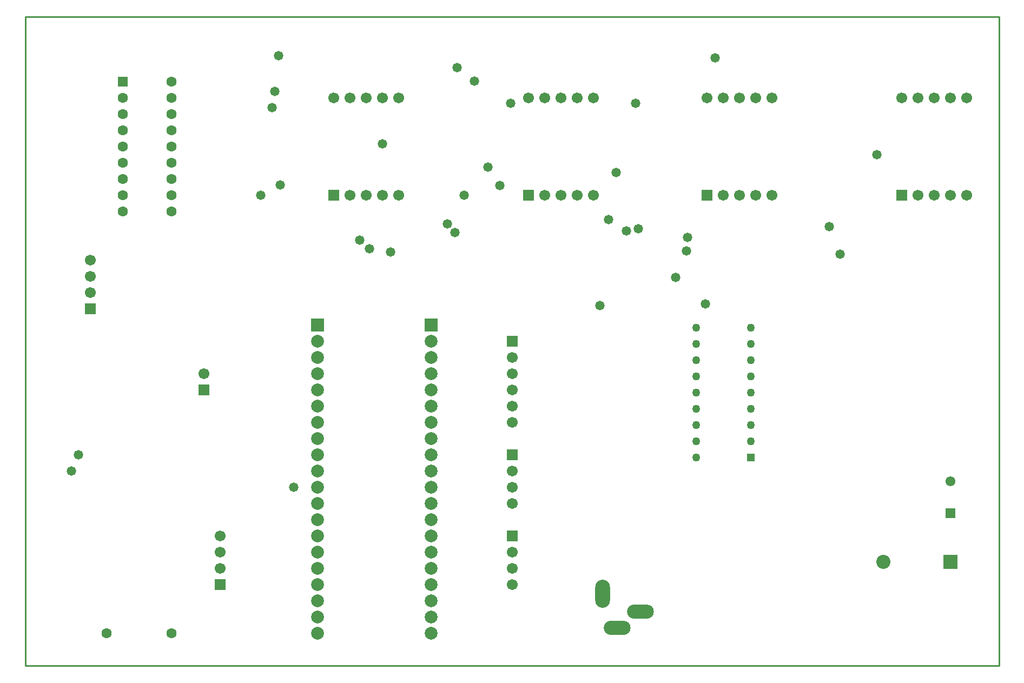
<source format=gbs>
G04*
G04 #@! TF.GenerationSoftware,Altium Limited,Altium Designer,20.0.12 (288)*
G04*
G04 Layer_Color=16711935*
%FSLAX23Y23*%
%MOIN*%
G70*
G01*
G75*
%ADD14C,0.010*%
%ADD29C,0.050*%
%ADD30R,0.050X0.050*%
%ADD31R,0.061X0.061*%
%ADD32C,0.061*%
%ADD33C,0.067*%
%ADD34R,0.067X0.067*%
%ADD35C,0.079*%
%ADD36R,0.079X0.079*%
%ADD37C,0.063*%
%ADD38R,0.063X0.063*%
%ADD39C,0.087*%
%ADD40R,0.087X0.087*%
%ADD41O,0.091X0.173*%
%ADD42O,0.165X0.087*%
%ADD43C,0.058*%
D14*
X1600Y5000D02*
X7600D01*
Y1000D02*
Y5000D01*
X1600Y1000D02*
X7600D01*
X1600D02*
Y5000D01*
D29*
X5735Y2285D02*
D03*
Y2385D02*
D03*
Y2485D02*
D03*
Y2585D02*
D03*
Y2685D02*
D03*
Y2785D02*
D03*
Y2885D02*
D03*
Y2985D02*
D03*
Y3085D02*
D03*
X6070D02*
D03*
Y2985D02*
D03*
Y2885D02*
D03*
Y2785D02*
D03*
Y2685D02*
D03*
Y2585D02*
D03*
Y2485D02*
D03*
Y2385D02*
D03*
D30*
Y2285D02*
D03*
D31*
X7300Y1940D02*
D03*
D32*
Y2137D02*
D03*
D33*
X2700Y2800D02*
D03*
X4600Y2200D02*
D03*
Y2100D02*
D03*
Y2000D02*
D03*
Y2500D02*
D03*
Y2600D02*
D03*
Y2700D02*
D03*
Y2800D02*
D03*
Y2900D02*
D03*
X2800Y1600D02*
D03*
Y1700D02*
D03*
Y1800D02*
D03*
X4600Y1700D02*
D03*
Y1600D02*
D03*
Y1500D02*
D03*
X3900Y4500D02*
D03*
X3800D02*
D03*
X3700D02*
D03*
X3600D02*
D03*
X3500D02*
D03*
X3900Y3900D02*
D03*
X3800D02*
D03*
X3700D02*
D03*
X3600D02*
D03*
X5100Y4500D02*
D03*
X5000D02*
D03*
X4900D02*
D03*
X4800D02*
D03*
X4700D02*
D03*
X5100Y3900D02*
D03*
X5000D02*
D03*
X4900D02*
D03*
X4800D02*
D03*
X7100D02*
D03*
X7200D02*
D03*
X7300D02*
D03*
X7400D02*
D03*
X7000Y4500D02*
D03*
X7100D02*
D03*
X7200D02*
D03*
X7300D02*
D03*
X7400D02*
D03*
X5900Y3900D02*
D03*
X6000D02*
D03*
X6100D02*
D03*
X6200D02*
D03*
X5800Y4500D02*
D03*
X5900D02*
D03*
X6000D02*
D03*
X6100D02*
D03*
X6200D02*
D03*
X2000Y3500D02*
D03*
Y3400D02*
D03*
Y3300D02*
D03*
D34*
X2700Y2700D02*
D03*
X4600Y2300D02*
D03*
Y3000D02*
D03*
X2800Y1500D02*
D03*
X4600Y1800D02*
D03*
X3500Y3900D02*
D03*
X4700D02*
D03*
X7000D02*
D03*
X5800D02*
D03*
X2000Y3200D02*
D03*
D35*
X4100Y2200D02*
D03*
Y2100D02*
D03*
Y2300D02*
D03*
Y2400D02*
D03*
Y2500D02*
D03*
Y2600D02*
D03*
Y2700D02*
D03*
Y2800D02*
D03*
Y2900D02*
D03*
Y3000D02*
D03*
Y2000D02*
D03*
Y1900D02*
D03*
Y1800D02*
D03*
Y1700D02*
D03*
Y1600D02*
D03*
Y1500D02*
D03*
Y1400D02*
D03*
Y1300D02*
D03*
Y1200D02*
D03*
X3400Y2200D02*
D03*
Y2100D02*
D03*
Y2300D02*
D03*
Y2400D02*
D03*
Y2500D02*
D03*
Y2600D02*
D03*
Y2700D02*
D03*
Y2800D02*
D03*
Y2900D02*
D03*
Y3000D02*
D03*
Y2000D02*
D03*
Y1900D02*
D03*
Y1800D02*
D03*
Y1700D02*
D03*
Y1600D02*
D03*
Y1500D02*
D03*
Y1400D02*
D03*
Y1300D02*
D03*
Y1200D02*
D03*
D36*
X4100Y3100D02*
D03*
X3400D02*
D03*
D37*
X2500Y1200D02*
D03*
X2100D02*
D03*
X2500Y3800D02*
D03*
Y3900D02*
D03*
Y4000D02*
D03*
Y4100D02*
D03*
Y4200D02*
D03*
Y4300D02*
D03*
Y4400D02*
D03*
Y4500D02*
D03*
Y4600D02*
D03*
X2200Y3800D02*
D03*
Y3900D02*
D03*
Y4000D02*
D03*
Y4100D02*
D03*
Y4200D02*
D03*
Y4300D02*
D03*
Y4400D02*
D03*
Y4500D02*
D03*
D38*
Y4600D02*
D03*
D39*
X6888Y1640D02*
D03*
D40*
X7300D02*
D03*
D41*
X5157Y1445D02*
D03*
D42*
X5248Y1236D02*
D03*
X5393Y1335D02*
D03*
D43*
X6621Y3539D02*
D03*
X3120Y4440D02*
D03*
X5306Y3680D02*
D03*
X5195Y3750D02*
D03*
X3160Y4760D02*
D03*
X6554Y3708D02*
D03*
X5676Y3557D02*
D03*
X5680Y3640D02*
D03*
X5240Y4040D02*
D03*
X4200Y3726D02*
D03*
X1927Y2300D02*
D03*
X1884Y2200D02*
D03*
X5377Y3696D02*
D03*
X3137Y4541D02*
D03*
X4368Y4604D02*
D03*
X4304Y3900D02*
D03*
X5363Y4469D02*
D03*
X5851Y4749D02*
D03*
X6848Y4152D02*
D03*
X4592Y4468D02*
D03*
X4526Y3961D02*
D03*
X4263Y4687D02*
D03*
X3050Y3900D02*
D03*
X3171Y3965D02*
D03*
X3800Y4218D02*
D03*
X3723Y3570D02*
D03*
X4248Y3672D02*
D03*
X4451Y4074D02*
D03*
X3853Y3550D02*
D03*
X5609Y3396D02*
D03*
X5791Y3232D02*
D03*
X3663Y3626D02*
D03*
X3255Y2100D02*
D03*
X5141Y3222D02*
D03*
M02*

</source>
